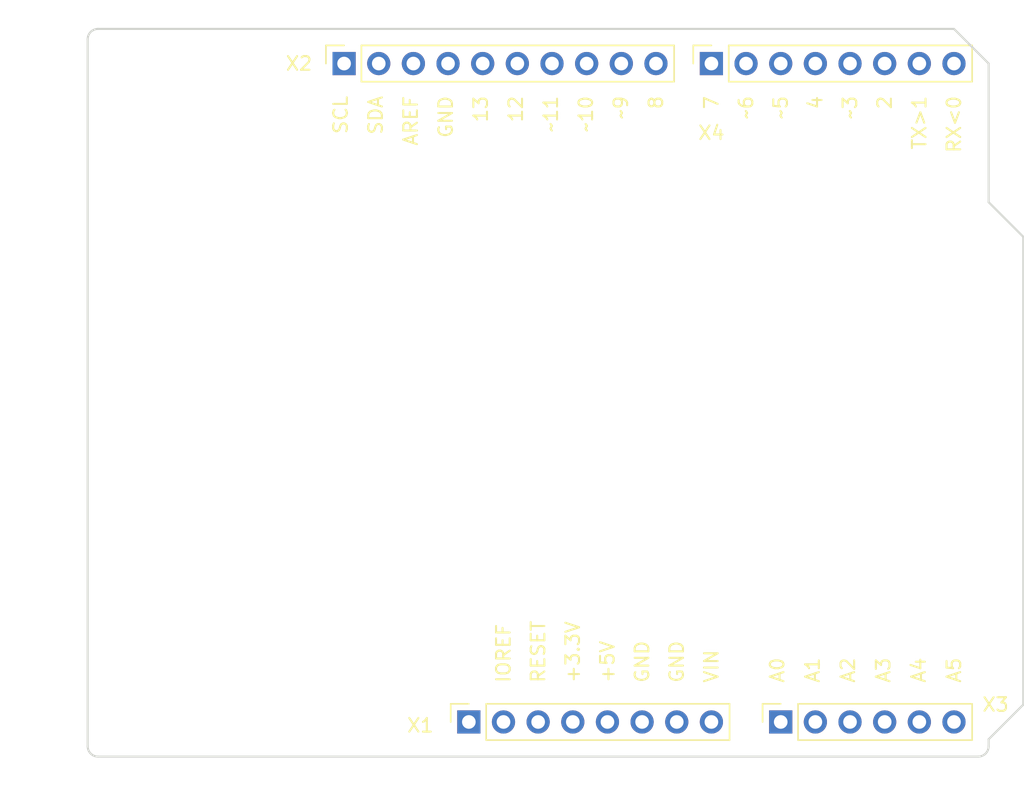
<source format=kicad_pcb>
(kicad_pcb (version 20211014) (generator pcbnew)
  (title_block (date "mar. 31 mars 2015"))
  (layers (0 "F.Cu" signal) (31 "B.Cu" signal) (34 "B.Paste" user) (35 "F.Paste" user) (36 "B.SilkS" user "B.Silkscreen") (37 "F.SilkS" user "F.Silkscreen") (38 "B.Mask" user) (39 "F.Mask" user) (44 "Edge.Cuts" user))
  (net 0 "")
  (net 1 "GND")
  (net 3 "+5V")
  (net 4 "/IOREF")
  (net 5 "/A0")
  (net 6 "/A1")
  (net 7 "/A2")
  (net 8 "/A3")
  (net 9 "/SCL")
  (net 10 "/SDA")
  (net 11 "/13")
  (net 12 "/12")
  (net 13 "/AREF")
  (net 14 "/8")
  (net 15 "/7")
  (net 16 "/*11")
  (net 17 "/*10")
  (net 18 "/*9")
  (net 19 "/4")
  (net 20 "/2")
  (net 21 "/*6")
  (net 22 "/*5")
  (net 23 "/TX{slash}1")
  (net 24 "/*3")
  (net 25 "/RX{slash}0")
  (net 26 "+3V3")
  (net 27 "VCC")
  (net 28 "/~{RESET}")
  (net 29 "/A4")
  (net 30 "/A5")
  (footprint "Connector_PinSocket_2.54mm:PinSocket_1x08_P2.54mm_Vertical" (layer "F.Cu") (at 127.94 97.46 90)
    (fp_text reference "X1" hide)
    (fp_text value "Power")
    (fp_text user "${REFERENCE}" (at -0.254 -3.556) (layer "F.SilkS"))
    (fp_line (start -1.33 19.11) (end 1.33 19.11) (layer "F.SilkS") (width 0.12))
    (fp_line (start 1.33 1.27) (end 1.33 19.11) (layer "F.SilkS") (width 0.12))
    (fp_line (start -1.33 1.27) (end 1.33 1.27) (layer "F.SilkS") (width 0.12))
    (fp_line (start 0 -1.33) (end 1.33 -1.33) (layer "F.SilkS") (width 0.12))
    (fp_line (start 1.33 -1.33) (end 1.33 0) (layer "F.SilkS") (width 0.12))
    (fp_line (start -1.33 1.27) (end -1.33 19.11) (layer "F.SilkS") (width 0.12))
    (pad "1" thru_hole rect locked (at 0 0 90) (size 1.7 1.7) (drill 1) (layers *.Cu *.Mask))
    (pad "2" thru_hole oval locked (at 0 2.54 90) (size 1.7 1.7) (drill 1) (layers *.Cu *.Mask) (net 4 "/IOREF"))
    (pad "3" thru_hole oval locked (at 0 5.08 90) (size 1.7 1.7) (drill 1) (layers *.Cu *.Mask) (net 28 "/~{RESET}"))
    (pad "4" thru_hole oval locked (at 0 7.62 90) (size 1.7 1.7) (drill 1) (layers *.Cu *.Mask) (net 26 "+3V3"))
    (pad "5" thru_hole oval locked (at 0 10.16 90) (size 1.7 1.7) (drill 1) (layers *.Cu *.Mask) (net 3 "+5V"))
    (pad "6" thru_hole oval locked (at 0 12.7 90) (size 1.7 1.7) (drill 1) (layers *.Cu *.Mask) (net 1 "GND"))
    (pad "7" thru_hole oval locked (at 0 15.24 90) (size 1.7 1.7) (drill 1) (layers *.Cu *.Mask) (net 1 "GND"))
    (pad "8" thru_hole oval locked (at 0 17.78 90) (size 1.7 1.7) (drill 1) (layers *.Cu *.Mask) (net 27 "VCC"))
  )
  (footprint "Connector_PinSocket_2.54mm:PinSocket_1x06_P2.54mm_Vertical" (layer "F.Cu") (at 150.8 97.46 90)
    (fp_text reference "X3" hide)
    (fp_text value "Analog")
    (fp_text user "${REFERENCE}" (at 1.27 15.748 180) (layer "F.SilkS"))
    (fp_line (start 1.33 1.27) (end 1.33 14.03) (layer "F.SilkS") (width 0.12))
    (fp_line (start 0 -1.33) (end 1.33 -1.33) (layer "F.SilkS") (width 0.12))
    (fp_line (start -1.33 1.27) (end 1.33 1.27) (layer "F.SilkS") (width 0.12))
    (fp_line (start -1.33 1.27) (end -1.33 14.03) (layer "F.SilkS") (width 0.12))
    (fp_line (start -1.33 14.03) (end 1.33 14.03) (layer "F.SilkS") (width 0.12))
    (fp_line (start 1.33 -1.33) (end 1.33 0) (layer "F.SilkS") (width 0.12))
    (pad "1" thru_hole rect locked (at 0 0 90) (size 1.7 1.7) (drill 1) (layers *.Cu *.Mask) (net 5 "/A0"))
    (pad "2" thru_hole oval locked (at 0 2.54 90) (size 1.7 1.7) (drill 1) (layers *.Cu *.Mask) (net 6 "/A1"))
    (pad "3" thru_hole oval locked (at 0 5.08 90) (size 1.7 1.7) (drill 1) (layers *.Cu *.Mask) (net 7 "/A2"))
    (pad "4" thru_hole oval locked (at 0 7.62 90) (size 1.7 1.7) (drill 1) (layers *.Cu *.Mask) (net 8 "/A3"))
    (pad "5" thru_hole oval locked (at 0 10.16 90) (size 1.7 1.7) (drill 1) (layers *.Cu *.Mask) (net 29 "/A4"))
    (pad "6" thru_hole oval locked (at 0 12.7 90) (size 1.7 1.7) (drill 1) (layers *.Cu *.Mask) (net 30 "/A5"))
  )
  (footprint "Connector_PinSocket_2.54mm:PinSocket_1x10_P2.54mm_Vertical" (layer "F.Cu") (at 118.796 49.2 90)
    (fp_text reference "X2" hide)
    (fp_text value "Digital/PWM")
    (fp_text user "${REFERENCE}" (at 0 -3.302) (layer "F.SilkS"))
    (fp_line (start -1.33 24.19) (end 1.33 24.19) (layer "F.SilkS") (width 0.12))
    (fp_line (start -1.33 1.27) (end -1.33 24.19) (layer "F.SilkS") (width 0.12))
    (fp_line (start 1.33 -1.33) (end 1.33 0) (layer "F.SilkS") (width 0.12))
    (fp_line (start 0 -1.33) (end 1.33 -1.33) (layer "F.SilkS") (width 0.12))
    (fp_line (start 1.33 1.27) (end 1.33 24.19) (layer "F.SilkS") (width 0.12))
    (fp_line (start -1.33 1.27) (end 1.33 1.27) (layer "F.SilkS") (width 0.12))
    (pad "1" thru_hole rect locked (at 0 0 90) (size 1.7 1.7) (drill 1) (layers *.Cu *.Mask) (net 9 "/SCL"))
    (pad "2" thru_hole oval locked (at 0 2.54 90) (size 1.7 1.7) (drill 1) (layers *.Cu *.Mask) (net 10 "/SDA"))
    (pad "3" thru_hole oval locked (at 0 5.08 90) (size 1.7 1.7) (drill 1) (layers *.Cu *.Mask) (net 13 "/AREF"))
    (pad "4" thru_hole oval locked (at 0 7.62 90) (size 1.7 1.7) (drill 1) (layers *.Cu *.Mask) (net 1 "GND"))
    (pad "5" thru_hole oval locked (at 0 10.16 90) (size 1.7 1.7) (drill 1) (layers *.Cu *.Mask) (net 11 "/13"))
    (pad "6" thru_hole oval locked (at 0 12.7 90) (size 1.7 1.7) (drill 1) (layers *.Cu *.Mask) (net 12 "/12"))
    (pad "7" thru_hole oval locked (at 0 15.24 90) (size 1.7 1.7) (drill 1) (layers *.Cu *.Mask) (net 16 "/*11"))
    (pad "8" thru_hole oval locked (at 0 17.78 90) (size 1.7 1.7) (drill 1) (layers *.Cu *.Mask) (net 17 "/*10"))
    (pad "9" thru_hole oval locked (at 0 20.32 90) (size 1.7 1.7) (drill 1) (layers *.Cu *.Mask) (net 18 "/*9"))
    (pad "10" thru_hole oval locked (at 0 22.86 90) (size 1.7 1.7) (drill 1) (layers *.Cu *.Mask) (net 14 "/8"))
  )
  (footprint "Connector_PinSocket_2.54mm:PinSocket_1x08_P2.54mm_Vertical" (layer "F.Cu") (at 145.72 49.2 90)
    (fp_text reference "X4" hide)
    (fp_text value "Digital/PWM")
    (fp_text user "${REFERENCE}" (at -5.08 0) (layer "F.SilkS"))
    (fp_line (start -1.33 19.11) (end 1.33 19.11) (layer "F.SilkS") (width 0.12))
    (fp_line (start -1.33 1.27) (end -1.33 19.11) (layer "F.SilkS") (width 0.12))
    (fp_line (start 0 -1.33) (end 1.33 -1.33) (layer "F.SilkS") (width 0.12))
    (fp_line (start -1.33 1.27) (end 1.33 1.27) (layer "F.SilkS") (width 0.12))
    (fp_line (start 1.33 -1.33) (end 1.33 0) (layer "F.SilkS") (width 0.12))
    (fp_line (start 1.33 1.27) (end 1.33 19.11) (layer "F.SilkS") (width 0.12))
    (pad "1" thru_hole rect locked (at 0 0 90) (size 1.7 1.7) (drill 1) (layers *.Cu *.Mask) (net 15 "/7"))
    (pad "2" thru_hole oval locked (at 0 2.54 90) (size 1.7 1.7) (drill 1) (layers *.Cu *.Mask) (net 21 "/*6"))
    (pad "3" thru_hole oval locked (at 0 5.08 90) (size 1.7 1.7) (drill 1) (layers *.Cu *.Mask) (net 22 "/*5"))
    (pad "4" thru_hole oval locked (at 0 7.62 90) (size 1.7 1.7) (drill 1) (layers *.Cu *.Mask) (net 19 "/4"))
    (pad "5" thru_hole oval locked (at 0 10.16 90) (size 1.7 1.7) (drill 1) (layers *.Cu *.Mask) (net 24 "/*3"))
    (pad "6" thru_hole oval locked (at 0 12.7 90) (size 1.7 1.7) (drill 1) (layers *.Cu *.Mask) (net 20 "/2"))
    (pad "7" thru_hole oval locked (at 0 15.24 90) (size 1.7 1.7) (drill 1) (layers *.Cu *.Mask) (net 23 "/TX{slash}1"))
    (pad "8" thru_hole oval locked (at 0 17.78 90) (size 1.7 1.7) (drill 1) (layers *.Cu *.Mask) (net 25 "/RX{slash}0"))
  )
  (gr_line (start 166.04 59.36) (end 168.58 61.9) (layer "Edge.Cuts") (width 0.15))
  (gr_line (start 100 99.238) (end 100 47.422) (layer "Edge.Cuts") (width 0.15))
  (gr_line (start 168.58 61.9) (end 168.58 96.19) (layer "Edge.Cuts") (width 0.15))
  (gr_line (start 165.278 100) (end 100.762 100) (layer "Edge.Cuts") (width 0.15))
  (gr_line (start 100.762 46.66) (end 163.5 46.66) (layer "Edge.Cuts") (width 0.15))
  (gr_arc (start 100.762 100) (mid 100.223185 99.776815) (end 100 99.238) (layer "Edge.Cuts") (width 0.15))
  (gr_line (start 168.58 96.19) (end 166.04 98.73) (layer "Edge.Cuts") (width 0.15))
  (gr_line (start 163.5 46.66) (end 166.04 49.2) (layer "Edge.Cuts") (width 0.15))
  (gr_arc (start 166.04 99.238) (mid 165.816815 99.776815) (end 165.278 100) (layer "Edge.Cuts") (width 0.15))
  (gr_line (start 166.04 49.2) (end 166.04 59.36) (layer "Edge.Cuts") (width 0.15))
  (gr_line (start 166.04 98.73) (end 166.04 99.238) (layer "Edge.Cuts") (width 0.15))
  (gr_arc (start 100 47.422) (mid 100.223185 46.883185) (end 100.762 46.66) (layer "Edge.Cuts") (width 0.15))
  (gr_text "12" (at 131.38311 51.486 90) (layer "F.SilkS") (effects (font (size 1 1)) (justify right)))
  (gr_text "SDA" (at 121.110222 51.486 90) (layer "F.SilkS") (effects (font (size 1 1)) (justify right)))
  (gr_text "~10" (at 136.519554 51.486 90) (layer "F.SilkS") (effects (font (size 1 1)) (justify right)))
  (gr_text "~9" (at 139.087776 51.486 90) (layer "F.SilkS") (effects (font (size 1 1)) (justify right)))
  (gr_text "~3" (at 155.88 51.486 90) (layer "F.SilkS") (effects (font (size 1 1)) (justify right)))
  (gr_text "RESET" (at 133.02 94.666 90) (layer "F.SilkS") (effects (font (size 1 1)) (justify left)))
  (gr_text "13" (at 128.814888 51.486 90) (layer "F.SilkS") (effects (font (size 1 1)) (justify right)))
  (gr_text "~5" (at 150.8 51.486 90) (layer "F.SilkS") (effects (font (size 1 1)) (justify right)))
  (gr_text "IOREF" (at 130.48 94.666 90) (layer "F.SilkS") (effects (font (size 1 1)) (justify left)))
  (gr_text "~11" (at 133.951332 51.486 90) (layer "F.SilkS") (effects (font (size 1 1)) (justify right)))
  (gr_text "2" (at 158.42 51.486 90) (layer "F.SilkS") (effects (font (size 1 1)) (justify right)))
  (gr_text "7" (at 145.72 51.486 90) (layer "F.SilkS") (effects (font (size 1 1)) (justify right)))
  (gr_text "4" (at 153.34 51.486 90) (layer "F.SilkS") (effects (font (size 1 1)) (justify right)))
  (gr_text "RX<0" (at 163.5 51.486 90) (layer "F.SilkS") (effects (font (size 1 1)) (justify right)))
  (gr_text "GND" (at 140.64 94.666 90) (layer "F.SilkS") (effects (font (size 1 1)) (justify left)))
  (gr_text "~6" (at 148.26 51.486 90) (layer "F.SilkS") (effects (font (size 1 1)) (justify right)))
  (gr_text "TX>1" (at 160.96 51.486 90) (layer "F.SilkS") (effects (font (size 1 1)) (justify right)))
  (gr_text "A1" (at 153.1368 94.666 90) (layer "F.SilkS") (effects (font (size 1 1)) (justify left)))
  (gr_text "A3" (at 158.3184 94.666 90) (layer "F.SilkS") (effects (font (size 1 1)) (justify left)))
  (gr_text "+3.3V" (at 135.56 94.666 90) (layer "F.SilkS") (effects (font (size 1 1)) (justify left)))
  (gr_text "8" (at 141.656 51.486 90) (layer "F.SilkS") (effects (font (size 1 1)) (justify right)))
  (gr_text "AREF" (at 123.678444 51.486 90) (layer "F.SilkS") (effects (font (size 1 1)) (justify right)))
  (gr_text "A2" (at 155.7276 94.666 90) (layer "F.SilkS") (effects (font (size 1 1)) (justify left)))
  (gr_text "+5V" (at 138.1 94.666 90) (layer "F.SilkS") (effects (font (size 1 1)) (justify left)))
  (gr_text "GND" (at 143.18 94.666 90) (layer "F.SilkS") (effects (font (size 1 1)) (justify left)))
  (gr_text "SCL" (at 118.542 51.486 90) (layer "F.SilkS") (effects (font (size 1 1)) (justify right)))
  (gr_text "A5" (at 163.5 94.666 90) (layer "F.SilkS") (effects (font (size 1 1)) (justify left)))
  (gr_text "A0" (at 150.546 94.666 90) (layer "F.SilkS") (effects (font (size 1 1)) (justify left)))
  (gr_text "VIN" (at 145.72 94.666 90) (layer "F.SilkS") (effects (font (size 1 1)) (justify left)))
  (gr_text "A4" (at 160.9092 94.666 90) (layer "F.SilkS") (effects (font (size 1 1)) (justify left)))
  (gr_text "GND" (at 126.246666 51.486 90) (layer "F.SilkS") (effects (font (size 1 1)) (justify right)))
)
</source>
